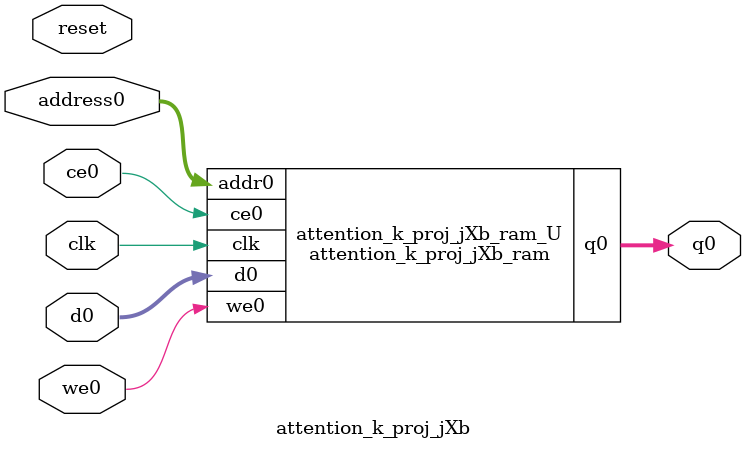
<source format=v>
`timescale 1 ns / 1 ps
module attention_k_proj_jXb_ram (addr0, ce0, d0, we0, q0,  clk);

parameter DWIDTH = 38;
parameter AWIDTH = 8;
parameter MEM_SIZE = 192;

input[AWIDTH-1:0] addr0;
input ce0;
input[DWIDTH-1:0] d0;
input we0;
output reg[DWIDTH-1:0] q0;
input clk;

(* ram_style = "block" *)reg [DWIDTH-1:0] ram[0:MEM_SIZE-1];




always @(posedge clk)  
begin 
    if (ce0) begin
        if (we0) 
            ram[addr0] <= d0; 
        q0 <= ram[addr0];
    end
end


endmodule

`timescale 1 ns / 1 ps
module attention_k_proj_jXb(
    reset,
    clk,
    address0,
    ce0,
    we0,
    d0,
    q0);

parameter DataWidth = 32'd38;
parameter AddressRange = 32'd192;
parameter AddressWidth = 32'd8;
input reset;
input clk;
input[AddressWidth - 1:0] address0;
input ce0;
input we0;
input[DataWidth - 1:0] d0;
output[DataWidth - 1:0] q0;



attention_k_proj_jXb_ram attention_k_proj_jXb_ram_U(
    .clk( clk ),
    .addr0( address0 ),
    .ce0( ce0 ),
    .we0( we0 ),
    .d0( d0 ),
    .q0( q0 ));

endmodule


</source>
